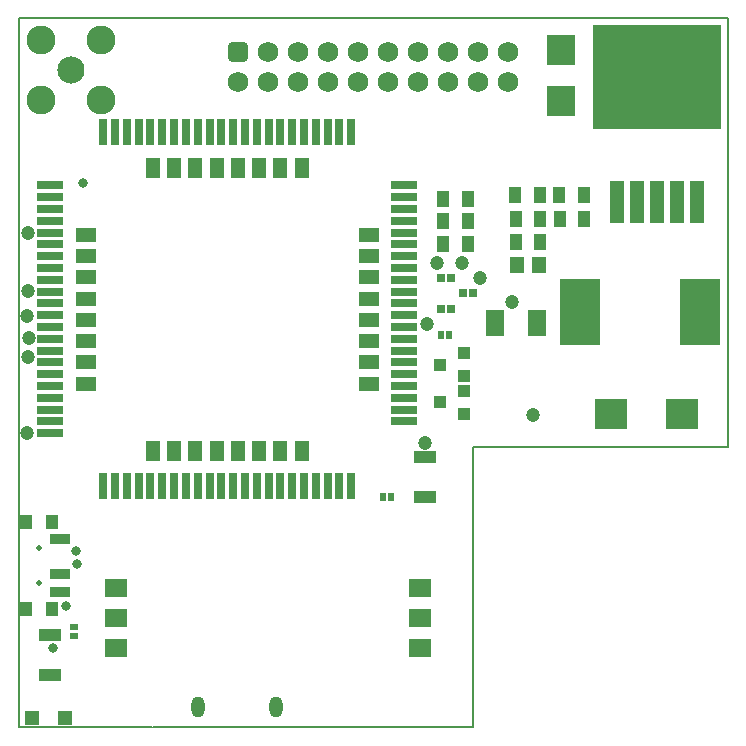
<source format=gts>
G04*
G04 #@! TF.GenerationSoftware,Altium Limited,Altium Designer,21.2.0 (30)*
G04*
G04 Layer_Color=8388736*
%FSLAX44Y44*%
%MOMM*%
G71*
G04*
G04 #@! TF.SameCoordinates,3BC8F3D4-7935-4982-82F0-2F2C798F560B*
G04*
G04*
G04 #@! TF.FilePolarity,Negative*
G04*
G01*
G75*
%ADD10C,0.2000*%
%ADD43R,1.0032X1.2032*%
%ADD44R,1.7032X0.9032*%
%ADD45R,1.9032X1.0032*%
%ADD46R,1.9032X1.5032*%
%ADD47R,0.6032X0.8032*%
%ADD48R,0.8032X0.6032*%
%ADD49R,1.2032X1.2032*%
%ADD50C,1.2032*%
%ADD51R,1.1032X1.4032*%
%ADD52R,1.2532X1.4032*%
%ADD53R,0.7532X0.8032*%
%ADD54R,1.1032X1.0032*%
%ADD55R,1.6032X2.2032*%
%ADD56R,3.4032X5.6032*%
%ADD57R,2.7532X2.6532*%
%ADD58R,2.3532X2.6532*%
%ADD59R,2.2032X0.8032*%
%ADD60R,1.3032X1.8032*%
%ADD61R,1.8032X1.3032*%
%ADD62R,0.8032X2.2032*%
%ADD63C,0.5032*%
%ADD64C,2.3032*%
%ADD65C,2.4532*%
%ADD66C,1.7532*%
G04:AMPARAMS|DCode=67|XSize=1.7532mm|YSize=1.7532mm|CornerRadius=0.4891mm|HoleSize=0mm|Usage=FLASHONLY|Rotation=0.000|XOffset=0mm|YOffset=0mm|HoleType=Round|Shape=RoundedRectangle|*
%AMROUNDEDRECTD67*
21,1,1.7532,0.7750,0,0,0.0*
21,1,0.7750,1.7532,0,0,0.0*
1,1,0.9782,0.3875,-0.3875*
1,1,0.9782,-0.3875,-0.3875*
1,1,0.9782,-0.3875,0.3875*
1,1,0.9782,0.3875,0.3875*
%
%ADD67ROUNDEDRECTD67*%
%ADD68O,1.1032X1.8032*%
%ADD69C,0.8032*%
G36*
X594400Y506650D02*
X486000D01*
Y594050D01*
X594400D01*
Y506650D01*
D02*
G37*
G36*
X579900Y426650D02*
X568500D01*
Y462050D01*
X579900D01*
Y426650D01*
D02*
G37*
G36*
X562900D02*
X551500D01*
Y462050D01*
X562900D01*
Y426650D01*
D02*
G37*
G36*
X545900D02*
X534500D01*
Y462050D01*
X545900D01*
Y426650D01*
D02*
G37*
G36*
X528900D02*
X517500D01*
Y462050D01*
X528900D01*
Y426650D01*
D02*
G37*
G36*
X511900D02*
X500500D01*
Y462050D01*
X511900D01*
Y426650D01*
D02*
G37*
D10*
X600000Y484950D02*
Y600000D01*
X0D02*
X600000D01*
Y401700D02*
Y484950D01*
X384450Y50D02*
Y236700D01*
X113250Y50D02*
X384450D01*
Y236700D02*
X600000D01*
X0Y0D02*
X113000D01*
X0Y461750D02*
X0Y0D01*
X600000Y236700D02*
Y401700D01*
X0Y461750D02*
Y600000D01*
D43*
X28320Y100350D02*
D03*
X6320Y173350D02*
D03*
X28320D02*
D03*
X6320Y100350D02*
D03*
D44*
X34820Y159350D02*
D03*
Y129350D02*
D03*
Y114350D02*
D03*
D45*
X343850Y195050D02*
D03*
Y229050D02*
D03*
X26150Y44100D02*
D03*
Y78100D02*
D03*
D46*
X82220Y66500D02*
D03*
Y91900D02*
D03*
Y117300D02*
D03*
X339230Y66500D02*
D03*
Y91900D02*
D03*
Y117300D02*
D03*
D47*
X357250Y332200D02*
D03*
X364250D02*
D03*
X307800Y194500D02*
D03*
X314800D02*
D03*
D48*
X46850Y77400D02*
D03*
Y84400D02*
D03*
D49*
X10890Y7370D02*
D03*
X38890D02*
D03*
D50*
X7400Y418600D02*
D03*
X374800Y393100D02*
D03*
X354300Y393200D02*
D03*
X389950Y380250D02*
D03*
X345850Y341050D02*
D03*
X343850Y240750D02*
D03*
X417548Y360150D02*
D03*
X435450Y263900D02*
D03*
X7800Y368800D02*
D03*
X7050Y348400D02*
D03*
X8250Y329250D02*
D03*
X6950Y248650D02*
D03*
X7950Y313050D02*
D03*
D51*
X457550Y450400D02*
D03*
X478550D02*
D03*
X457750Y430200D02*
D03*
X478750D02*
D03*
X420550Y430050D02*
D03*
X441550D02*
D03*
X441500Y410650D02*
D03*
X420500D02*
D03*
X380250Y447350D02*
D03*
X359250D02*
D03*
X359350Y428200D02*
D03*
X380350D02*
D03*
X359150Y409050D02*
D03*
X380150D02*
D03*
X441350Y450450D02*
D03*
X420350D02*
D03*
D52*
X421700Y391350D02*
D03*
X440700D02*
D03*
D53*
X366150Y380300D02*
D03*
X357650D02*
D03*
X384750Y367250D02*
D03*
X376250D02*
D03*
X366100Y354100D02*
D03*
X357600D02*
D03*
D54*
X376550Y297350D02*
D03*
Y316350D02*
D03*
X356550Y306850D02*
D03*
Y274850D02*
D03*
X376550Y284350D02*
D03*
Y265350D02*
D03*
D55*
X402750Y342352D02*
D03*
X438750D02*
D03*
D56*
X475400Y351800D02*
D03*
X576400D02*
D03*
D57*
X501100Y264750D02*
D03*
X561600D02*
D03*
D58*
X458700Y573250D02*
D03*
Y530250D02*
D03*
D59*
X326350Y368700D02*
D03*
Y378700D02*
D03*
X26350Y458700D02*
D03*
Y448700D02*
D03*
Y438700D02*
D03*
Y428700D02*
D03*
Y418700D02*
D03*
X326350Y258700D02*
D03*
X326350Y268700D02*
D03*
Y278700D02*
D03*
Y288700D02*
D03*
Y298700D02*
D03*
Y308700D02*
D03*
Y318700D02*
D03*
Y328700D02*
D03*
Y338700D02*
D03*
Y348700D02*
D03*
Y358700D02*
D03*
Y388700D02*
D03*
Y398700D02*
D03*
Y408700D02*
D03*
Y418700D02*
D03*
X326350Y428700D02*
D03*
X326350Y438700D02*
D03*
Y448700D02*
D03*
Y458700D02*
D03*
X26350Y408700D02*
D03*
Y398700D02*
D03*
Y388700D02*
D03*
Y378700D02*
D03*
Y368700D02*
D03*
Y358700D02*
D03*
Y348700D02*
D03*
Y338700D02*
D03*
Y328700D02*
D03*
Y318700D02*
D03*
Y308700D02*
D03*
Y298700D02*
D03*
Y288700D02*
D03*
Y278700D02*
D03*
Y268700D02*
D03*
Y258700D02*
D03*
Y248700D02*
D03*
D60*
X239350Y233700D02*
D03*
X221350Y233700D02*
D03*
X203350D02*
D03*
X185350D02*
D03*
X167350Y233700D02*
D03*
X149350D02*
D03*
X131350D02*
D03*
X113350Y473700D02*
D03*
X131350D02*
D03*
X149350D02*
D03*
X167350D02*
D03*
X185350D02*
D03*
X203350D02*
D03*
X221350D02*
D03*
X113350Y233700D02*
D03*
X239350Y473700D02*
D03*
D61*
X56350Y290700D02*
D03*
Y308700D02*
D03*
Y326700D02*
D03*
Y344700D02*
D03*
X56350Y362700D02*
D03*
Y380700D02*
D03*
X56350Y398700D02*
D03*
Y416700D02*
D03*
X296350Y308700D02*
D03*
Y326700D02*
D03*
Y344700D02*
D03*
Y362700D02*
D03*
Y380700D02*
D03*
Y398700D02*
D03*
Y416700D02*
D03*
Y290700D02*
D03*
D62*
X281350Y503700D02*
D03*
X271350D02*
D03*
X261350D02*
D03*
X251350D02*
D03*
X241350D02*
D03*
X231350D02*
D03*
X221350D02*
D03*
X211350D02*
D03*
X201350D02*
D03*
X191350D02*
D03*
X181350D02*
D03*
X171350D02*
D03*
X161350D02*
D03*
X151350D02*
D03*
X141350D02*
D03*
X131350D02*
D03*
X121350D02*
D03*
X111350D02*
D03*
X101350Y503700D02*
D03*
X91350Y503700D02*
D03*
X81350D02*
D03*
X71350D02*
D03*
X141350Y203700D02*
D03*
X151350D02*
D03*
X161350D02*
D03*
X171350D02*
D03*
X181350D02*
D03*
X191350D02*
D03*
X201350D02*
D03*
X211350D02*
D03*
X221350D02*
D03*
X231350D02*
D03*
X241350D02*
D03*
X251350D02*
D03*
X261350D02*
D03*
X271350D02*
D03*
X281350D02*
D03*
X71350D02*
D03*
X81350D02*
D03*
X91350D02*
D03*
X101350D02*
D03*
X111350D02*
D03*
X121350D02*
D03*
X131350D02*
D03*
D63*
X17320Y121850D02*
D03*
Y151850D02*
D03*
D64*
X43920Y556210D02*
D03*
D65*
X18420Y530710D02*
D03*
Y581710D02*
D03*
X69420D02*
D03*
Y530710D02*
D03*
D66*
X414300Y546300D02*
D03*
X388900D02*
D03*
X363500D02*
D03*
X338100D02*
D03*
X312700D02*
D03*
X287300D02*
D03*
X261900D02*
D03*
X236500D02*
D03*
X211100D02*
D03*
X185700D02*
D03*
X414300Y571700D02*
D03*
X388900D02*
D03*
X363500D02*
D03*
X338100D02*
D03*
X312700D02*
D03*
X287300D02*
D03*
X261900D02*
D03*
X236500D02*
D03*
X211100D02*
D03*
D67*
X185700D02*
D03*
D68*
X152000Y17150D02*
D03*
X218000D02*
D03*
D69*
X54300Y460640D02*
D03*
X28560Y67110D02*
D03*
X48030Y149000D02*
D03*
X49350Y138200D02*
D03*
X39530Y102680D02*
D03*
M02*

</source>
